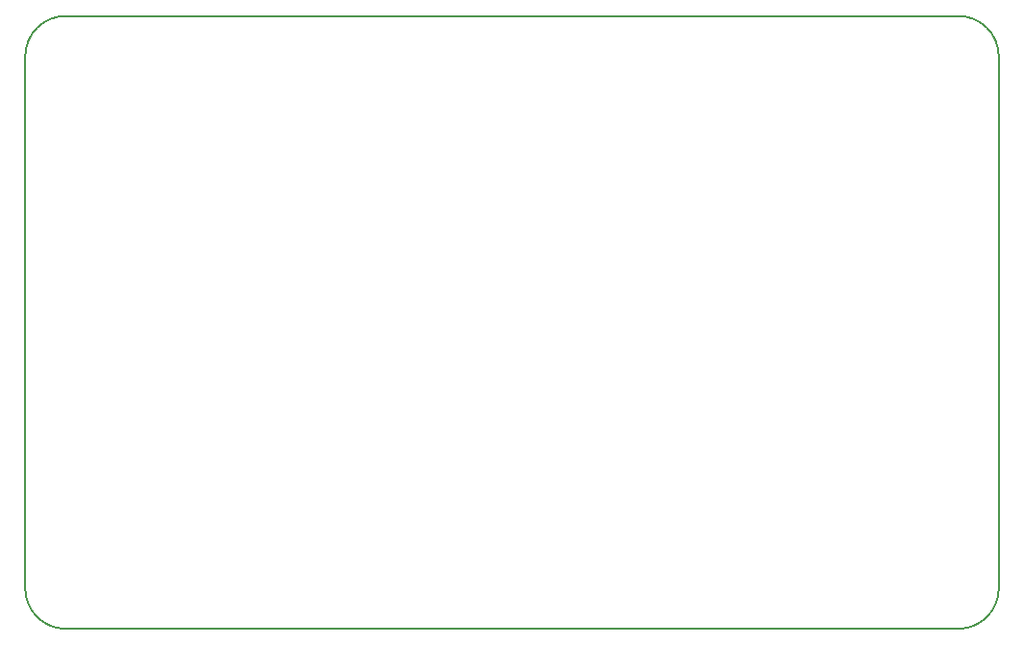
<source format=gbr>
G04 #@! TF.GenerationSoftware,KiCad,Pcbnew,(5.1.10)-1*
G04 #@! TF.CreationDate,2021-09-13T18:31:10+02:00*
G04 #@! TF.ProjectId,CardSizeMidiController,43617264-5369-47a6-954d-696469436f6e,rev?*
G04 #@! TF.SameCoordinates,Original*
G04 #@! TF.FileFunction,Profile,NP*
%FSLAX46Y46*%
G04 Gerber Fmt 4.6, Leading zero omitted, Abs format (unit mm)*
G04 Created by KiCad (PCBNEW (5.1.10)-1) date 2021-09-13 18:31:10*
%MOMM*%
%LPD*%
G01*
G04 APERTURE LIST*
G04 #@! TA.AperFunction,Profile*
%ADD10C,0.150000*%
G04 #@! TD*
G04 APERTURE END LIST*
D10*
X3556000Y-53975000D02*
G75*
G02*
X0Y-50419000I0J3556000D01*
G01*
X82169000Y0D02*
G75*
G02*
X85725000Y-3556000I0J-3556000D01*
G01*
X85725000Y-50419000D02*
G75*
G02*
X82169000Y-53975000I-3556000J0D01*
G01*
X0Y-3556000D02*
G75*
G02*
X3556000Y0I3556000J0D01*
G01*
X0Y-50419000D02*
X0Y-3556000D01*
X82169000Y-53975000D02*
X3556000Y-53975000D01*
X85725000Y-3556000D02*
X85725000Y-50419000D01*
X3556000Y0D02*
X82169000Y0D01*
M02*

</source>
